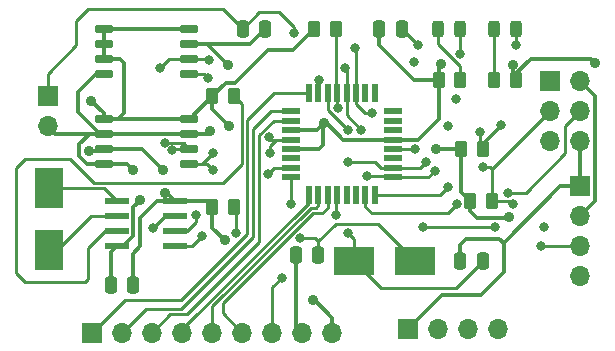
<source format=gtl>
%TF.GenerationSoftware,KiCad,Pcbnew,8.0.5*%
%TF.CreationDate,2025-01-15T09:47:38+05:30*%
%TF.ProjectId,MCU_Datalogger,4d43555f-4461-4746-916c-6f676765722e,1*%
%TF.SameCoordinates,Original*%
%TF.FileFunction,Copper,L1,Top*%
%TF.FilePolarity,Positive*%
%FSLAX46Y46*%
G04 Gerber Fmt 4.6, Leading zero omitted, Abs format (unit mm)*
G04 Created by KiCad (PCBNEW 8.0.5) date 2025-01-15 09:47:38*
%MOMM*%
%LPD*%
G01*
G04 APERTURE LIST*
G04 Aperture macros list*
%AMRoundRect*
0 Rectangle with rounded corners*
0 $1 Rounding radius*
0 $2 $3 $4 $5 $6 $7 $8 $9 X,Y pos of 4 corners*
0 Add a 4 corners polygon primitive as box body*
4,1,4,$2,$3,$4,$5,$6,$7,$8,$9,$2,$3,0*
0 Add four circle primitives for the rounded corners*
1,1,$1+$1,$2,$3*
1,1,$1+$1,$4,$5*
1,1,$1+$1,$6,$7*
1,1,$1+$1,$8,$9*
0 Add four rect primitives between the rounded corners*
20,1,$1+$1,$2,$3,$4,$5,0*
20,1,$1+$1,$4,$5,$6,$7,0*
20,1,$1+$1,$6,$7,$8,$9,0*
20,1,$1+$1,$8,$9,$2,$3,0*%
G04 Aperture macros list end*
%TA.AperFunction,ComponentPad*%
%ADD10R,1.700000X1.700000*%
%TD*%
%TA.AperFunction,ComponentPad*%
%ADD11O,1.700000X1.700000*%
%TD*%
%TA.AperFunction,SMDPad,CuDef*%
%ADD12RoundRect,0.150000X-0.650000X-0.150000X0.650000X-0.150000X0.650000X0.150000X-0.650000X0.150000X0*%
%TD*%
%TA.AperFunction,SMDPad,CuDef*%
%ADD13RoundRect,0.250000X-0.262500X-0.450000X0.262500X-0.450000X0.262500X0.450000X-0.262500X0.450000X0*%
%TD*%
%TA.AperFunction,SMDPad,CuDef*%
%ADD14RoundRect,0.243750X-0.243750X-0.456250X0.243750X-0.456250X0.243750X0.456250X-0.243750X0.456250X0*%
%TD*%
%TA.AperFunction,SMDPad,CuDef*%
%ADD15R,3.500000X2.400000*%
%TD*%
%TA.AperFunction,SMDPad,CuDef*%
%ADD16RoundRect,0.250000X-0.250000X-0.475000X0.250000X-0.475000X0.250000X0.475000X-0.250000X0.475000X0*%
%TD*%
%TA.AperFunction,SMDPad,CuDef*%
%ADD17R,1.500000X0.550000*%
%TD*%
%TA.AperFunction,SMDPad,CuDef*%
%ADD18R,0.550000X1.500000*%
%TD*%
%TA.AperFunction,SMDPad,CuDef*%
%ADD19RoundRect,0.250000X0.250000X0.475000X-0.250000X0.475000X-0.250000X-0.475000X0.250000X-0.475000X0*%
%TD*%
%TA.AperFunction,SMDPad,CuDef*%
%ADD20R,2.400000X3.500000*%
%TD*%
%TA.AperFunction,SMDPad,CuDef*%
%ADD21RoundRect,0.073750X-0.911250X-0.221250X0.911250X-0.221250X0.911250X0.221250X-0.911250X0.221250X0*%
%TD*%
%TA.AperFunction,ViaPad*%
%ADD22C,0.800000*%
%TD*%
%TA.AperFunction,ViaPad*%
%ADD23C,0.900000*%
%TD*%
%TA.AperFunction,Conductor*%
%ADD24C,0.250000*%
%TD*%
%TA.AperFunction,Conductor*%
%ADD25C,0.350000*%
%TD*%
G04 APERTURE END LIST*
D10*
%TO.P,BT1,1,+*%
%TO.N,Net-(BT1-+)*%
X128905000Y-105410000D03*
D11*
%TO.P,BT1,2,-*%
%TO.N,GND*%
X128905000Y-107950000D03*
%TD*%
D12*
%TO.P,U2,1,A0*%
%TO.N,/Vcc*%
X133655000Y-107315000D03*
%TO.P,U2,2,A1*%
%TO.N,GND*%
X133655000Y-108585000D03*
%TO.P,U2,3,A2*%
%TO.N,/Vcc*%
X133655000Y-109855000D03*
%TO.P,U2,4,GND*%
%TO.N,GND*%
X133655000Y-111125000D03*
%TO.P,U2,5,SDA*%
%TO.N,/SDA*%
X140855000Y-111125000D03*
%TO.P,U2,6,SCL*%
%TO.N,/SCK*%
X140855000Y-109855000D03*
%TO.P,U2,7,WP*%
%TO.N,GND*%
X140855000Y-108585000D03*
%TO.P,U2,8,VCC*%
%TO.N,/Vcc*%
X140855000Y-107315000D03*
%TD*%
D13*
%TO.P,R2,1*%
%TO.N,/Vcc*%
X163910000Y-109855000D03*
%TO.P,R2,2*%
%TO.N,/SDA*%
X165735000Y-109855000D03*
%TD*%
D14*
%TO.P,D1,1,K*%
%TO.N,Net-(D1-K)*%
X166702500Y-99695000D03*
%TO.P,D1,2,A*%
%TO.N,Net-(BT1-+)*%
X168577500Y-99695000D03*
%TD*%
D10*
%TO.P,J1,1,Pin_1*%
%TO.N,GND*%
X173990000Y-113030000D03*
D11*
%TO.P,J1,2,Pin_2*%
%TO.N,/Vcc*%
X173990000Y-115570000D03*
%TO.P,J1,3,Pin_3*%
%TO.N,/SDA*%
X173990000Y-118110000D03*
%TO.P,J1,4,Pin_4*%
%TO.N,/SCK*%
X173990000Y-120650000D03*
%TD*%
D13*
%TO.P,R7,1*%
%TO.N,/Vcc*%
X142851500Y-105410000D03*
%TO.P,R7,2*%
%TO.N,Net-(U3-~{INTA})*%
X144676500Y-105410000D03*
%TD*%
D15*
%TO.P,Y1,1,1*%
%TO.N,Net-(U4-PB7)*%
X154820000Y-119380000D03*
%TO.P,Y1,2,2*%
%TO.N,Net-(U4-PB6)*%
X160020000Y-119380000D03*
%TD*%
D10*
%TO.P,J2,1,Pin_1*%
%TO.N,GND*%
X159385000Y-125095000D03*
D11*
%TO.P,J2,2,Pin_2*%
%TO.N,/Vcc*%
X161925000Y-125095000D03*
%TO.P,J2,3,Pin_3*%
%TO.N,/RX*%
X164465000Y-125095000D03*
%TO.P,J2,4,Pin_4*%
%TO.N,/TX*%
X167005000Y-125095000D03*
%TD*%
D14*
%TO.P,D2,1,K*%
%TO.N,Net-(D2-K)*%
X161955000Y-99695000D03*
%TO.P,D2,2,A*%
%TO.N,/SCK*%
X163830000Y-99695000D03*
%TD*%
D16*
%TO.P,C1,1*%
%TO.N,GND*%
X156977000Y-99695000D03*
%TO.P,C1,2*%
%TO.N,Net-(U4-AREF)*%
X158877000Y-99695000D03*
%TD*%
%TO.P,C5,1*%
%TO.N,Net-(BT1-+)*%
X145420000Y-99695000D03*
%TO.P,C5,2*%
%TO.N,GND*%
X147320000Y-99695000D03*
%TD*%
D12*
%TO.P,U1,1,A0*%
%TO.N,/Vcc*%
X133655000Y-99695000D03*
%TO.P,U1,2,A1*%
X133655000Y-100965000D03*
%TO.P,U1,3,A2*%
X133655000Y-102235000D03*
%TO.P,U1,4,GND*%
%TO.N,GND*%
X133655000Y-103505000D03*
%TO.P,U1,5,SDA*%
%TO.N,/SDA*%
X140855000Y-103505000D03*
%TO.P,U1,6,SCL*%
%TO.N,/SCK*%
X140855000Y-102235000D03*
%TO.P,U1,7,WP*%
%TO.N,GND*%
X140855000Y-100965000D03*
%TO.P,U1,8,VCC*%
%TO.N,/Vcc*%
X140855000Y-99695000D03*
%TD*%
D13*
%TO.P,R3,1*%
%TO.N,/Vcc*%
X151487500Y-99695000D03*
%TO.P,R3,2*%
%TO.N,/RESET*%
X153312500Y-99695000D03*
%TD*%
D17*
%TO.P,U4,1,PD3*%
%TO.N,/D3*%
X149515000Y-106680000D03*
%TO.P,U4,2,PD4*%
%TO.N,/D4*%
X149515000Y-107480000D03*
%TO.P,U4,3,GND*%
%TO.N,GND*%
X149515000Y-108280000D03*
%TO.P,U4,4,VCC*%
%TO.N,Net-(BT1-+)*%
X149515000Y-109080000D03*
%TO.P,U4,5,GND*%
%TO.N,GND*%
X149515000Y-109880000D03*
%TO.P,U4,6,VCC*%
%TO.N,unconnected-(U4-VCC-Pad6)*%
X149515000Y-110680000D03*
%TO.P,U4,7,PB6*%
%TO.N,Net-(U4-PB6)*%
X149515000Y-111480000D03*
%TO.P,U4,8,PB7*%
%TO.N,Net-(U4-PB7)*%
X149515000Y-112280000D03*
D18*
%TO.P,U4,9,PD5*%
%TO.N,/D5*%
X151015000Y-113780000D03*
%TO.P,U4,10,PD6*%
%TO.N,/D6*%
X151815000Y-113780000D03*
%TO.P,U4,11,PD7*%
%TO.N,/D7*%
X152615000Y-113780000D03*
%TO.P,U4,12,PB0*%
%TO.N,/D8*%
X153415000Y-113780000D03*
%TO.P,U4,13,PB1*%
%TO.N,unconnected-(U4-PB1-Pad13)*%
X154215000Y-113780000D03*
%TO.P,U4,14,PB2*%
%TO.N,unconnected-(U4-PB2-Pad14)*%
X155015000Y-113780000D03*
%TO.P,U4,15,PB3*%
%TO.N,/MOSI*%
X155815000Y-113780000D03*
%TO.P,U4,16,PB4*%
%TO.N,/MISO*%
X156615000Y-113780000D03*
D17*
%TO.P,U4,17,PB5*%
%TO.N,/SCK*%
X158115000Y-112280000D03*
%TO.P,U4,18,AVCC*%
%TO.N,Net-(BT1-+)*%
X158115000Y-111480000D03*
%TO.P,U4,19,ADC6*%
%TO.N,unconnected-(U4-ADC6-Pad19)*%
X158115000Y-110680000D03*
%TO.P,U4,20,AREF*%
%TO.N,Net-(U4-AREF)*%
X158115000Y-109880000D03*
%TO.P,U4,21,GND*%
%TO.N,GND*%
X158115000Y-109080000D03*
%TO.P,U4,22,ADC7*%
%TO.N,unconnected-(U4-ADC7-Pad22)*%
X158115000Y-108280000D03*
%TO.P,U4,23,PC0*%
%TO.N,unconnected-(U4-PC0-Pad23)*%
X158115000Y-107480000D03*
%TO.P,U4,24,PC1*%
%TO.N,unconnected-(U4-PC1-Pad24)*%
X158115000Y-106680000D03*
D18*
%TO.P,U4,25,PC2*%
%TO.N,unconnected-(U4-PC2-Pad25)*%
X156615000Y-105180000D03*
%TO.P,U4,26,PC3*%
%TO.N,unconnected-(U4-PC3-Pad26)*%
X155815000Y-105180000D03*
%TO.P,U4,27,PC4*%
%TO.N,/SDA*%
X155015000Y-105180000D03*
%TO.P,U4,28,PC5*%
%TO.N,/SCK*%
X154215000Y-105180000D03*
%TO.P,U4,29,PC6/~{RESET}*%
%TO.N,/RESET*%
X153415000Y-105180000D03*
%TO.P,U4,30,PD0*%
%TO.N,/RX*%
X152615000Y-105180000D03*
%TO.P,U4,31,PD1*%
%TO.N,/TX*%
X151815000Y-105180000D03*
%TO.P,U4,32,PD2*%
%TO.N,/D2*%
X151015000Y-105180000D03*
%TD*%
D19*
%TO.P,C2,1*%
%TO.N,/Vcc*%
X136144000Y-121412000D03*
%TO.P,C2,2*%
%TO.N,GND*%
X134244000Y-121412000D03*
%TD*%
D10*
%TO.P,J4,1,Pin_1*%
%TO.N,/MISO*%
X171450000Y-104140000D03*
D11*
%TO.P,J4,2,Pin_2*%
%TO.N,/Vcc*%
X173990000Y-104140000D03*
%TO.P,J4,3,Pin_3*%
%TO.N,/SCK*%
X171450000Y-106680000D03*
%TO.P,J4,4,Pin_4*%
%TO.N,/MOSI*%
X173990000Y-106680000D03*
%TO.P,J4,5,Pin_5*%
%TO.N,/RESET*%
X171450000Y-109220000D03*
%TO.P,J4,6,Pin_6*%
%TO.N,GND*%
X173990000Y-109220000D03*
%TD*%
D13*
%TO.P,R1,1*%
%TO.N,Net-(D1-K)*%
X166727500Y-104013000D03*
%TO.P,R1,2*%
%TO.N,GND*%
X168552500Y-104013000D03*
%TD*%
D16*
%TO.P,C4,1*%
%TO.N,GND*%
X149926000Y-118872000D03*
%TO.P,C4,2*%
%TO.N,Net-(U4-PB6)*%
X151826000Y-118872000D03*
%TD*%
%TO.P,C3,1*%
%TO.N,GND*%
X163835000Y-119380000D03*
%TO.P,C3,2*%
%TO.N,Net-(U4-PB7)*%
X165735000Y-119380000D03*
%TD*%
D10*
%TO.P,J3,1,Pin_1*%
%TO.N,/D2*%
X132689600Y-125425200D03*
D11*
%TO.P,J3,2,Pin_2*%
%TO.N,/D3*%
X135229600Y-125425200D03*
%TO.P,J3,3,Pin_3*%
%TO.N,/D4*%
X137769600Y-125425200D03*
%TO.P,J3,4,Pin_4*%
%TO.N,/D5*%
X140309600Y-125425200D03*
%TO.P,J3,5,Pin_5*%
%TO.N,/D6*%
X142849600Y-125425200D03*
%TO.P,J3,6,Pin_6*%
%TO.N,/D7*%
X145389600Y-125425200D03*
%TO.P,J3,7,Pin_7*%
%TO.N,/D8*%
X147929600Y-125425200D03*
%TO.P,J3,8,Pin_8*%
%TO.N,GND*%
X150469600Y-125425200D03*
%TO.P,J3,9,Pin_9*%
%TO.N,/Vcc*%
X153009600Y-125425200D03*
%TD*%
D20*
%TO.P,Y2,1,1*%
%TO.N,Net-(U3-X2)*%
X128981200Y-118424000D03*
%TO.P,Y2,2,2*%
%TO.N,Net-(U3-X1)*%
X128981200Y-113224000D03*
%TD*%
D13*
%TO.P,R4,1*%
%TO.N,GND*%
X162028500Y-104013000D03*
%TO.P,R4,2*%
%TO.N,Net-(D2-K)*%
X163853500Y-104013000D03*
%TD*%
%TO.P,R6,1*%
%TO.N,/Vcc*%
X142851500Y-114808000D03*
%TO.P,R6,2*%
%TO.N,Net-(U3-SQW{slash}~INT)*%
X144676500Y-114808000D03*
%TD*%
%TO.P,R5,1*%
%TO.N,/Vcc*%
X164695500Y-114300000D03*
%TO.P,R5,2*%
%TO.N,/SCK*%
X166520500Y-114300000D03*
%TD*%
D21*
%TO.P,U3,1,X1*%
%TO.N,Net-(U3-X1)*%
X134750000Y-114300000D03*
%TO.P,U3,2,X2*%
%TO.N,Net-(U3-X2)*%
X134750000Y-115570000D03*
%TO.P,U3,3,~{INTA}*%
%TO.N,Net-(U3-~{INTA})*%
X134750000Y-116840000D03*
%TO.P,U3,4,GND*%
%TO.N,GND*%
X134750000Y-118110000D03*
%TO.P,U3,5,SDA*%
%TO.N,/SDA*%
X139700000Y-118110000D03*
%TO.P,U3,6,SCL*%
%TO.N,/SCK*%
X139700000Y-116840000D03*
%TO.P,U3,7,SQW/~INT*%
%TO.N,Net-(U3-SQW{slash}~INT)*%
X139700000Y-115570000D03*
%TO.P,U3,8,VCC*%
%TO.N,/Vcc*%
X139700000Y-114300000D03*
%TD*%
D22*
%TO.N,/RESET*%
X170942000Y-116522000D03*
X166751000Y-116522000D03*
X160650347Y-116463653D03*
X153458653Y-106383347D03*
%TO.N,/MOSI*%
X167871756Y-113575000D03*
X163533000Y-114552582D03*
%TO.N,/MISO*%
X162795500Y-113138500D03*
%TO.N,Net-(BT1-+)*%
X168529000Y-101092000D03*
X160909000Y-110998000D03*
X162814000Y-107950000D03*
D23*
%TO.N,GND*%
X175260000Y-102616000D03*
X168275000Y-102743000D03*
X162179000Y-102679000D03*
D22*
%TO.N,/SCK*%
X165735000Y-111416000D03*
X161666347Y-111755347D03*
%TO.N,Net-(BT1-+)*%
X154305000Y-110998000D03*
X147701000Y-110236000D03*
%TO.N,/SCK*%
X155956000Y-112141000D03*
X155448000Y-108255000D03*
%TO.N,/SDA*%
X165481000Y-108458000D03*
X156337000Y-106807000D03*
%TO.N,/RX*%
X154305000Y-108255000D03*
%TO.N,/TX*%
X151894781Y-104027778D03*
X163449000Y-105664000D03*
%TO.N,Net-(U4-PB6)*%
X150310549Y-117417549D03*
X147574000Y-112014000D03*
%TO.N,/SCK*%
X163830000Y-101854000D03*
X159893000Y-102489000D03*
%TO.N,/SDA*%
X154940000Y-101346000D03*
%TO.N,/SCK*%
X154051000Y-103060000D03*
X142609136Y-102373864D03*
X168275000Y-114554000D03*
D23*
%TO.N,/Vcc*%
X167958000Y-115651389D03*
D22*
%TO.N,Net-(U4-AREF)*%
X160274000Y-101092000D03*
X160018275Y-109905000D03*
%TO.N,Net-(BT1-+)*%
X147642153Y-108907153D03*
X149733000Y-100076000D03*
D23*
%TO.N,/Vcc*%
X161798000Y-109855000D03*
X144272000Y-107950000D03*
D22*
%TO.N,/SDA*%
X170688000Y-118110000D03*
X167259000Y-107823000D03*
%TO.N,Net-(U4-PB7)*%
X149479000Y-114554000D03*
X154305000Y-116967000D03*
D23*
%TO.N,GND*%
X152273000Y-107696000D03*
X136715500Y-114236500D03*
X144145000Y-102743000D03*
X136144000Y-111633000D03*
X142621000Y-108331000D03*
%TO.N,/Vcc*%
X132447000Y-110061781D03*
X138684000Y-111633000D03*
X138811000Y-113601000D03*
X143891000Y-117602000D03*
X151384000Y-122682000D03*
X132588000Y-105791000D03*
D22*
%TO.N,/SCK*%
X138811000Y-109410000D03*
X141478000Y-115443000D03*
X139446000Y-109982000D03*
X138430000Y-102997000D03*
%TO.N,/SDA*%
X141986000Y-117221000D03*
X142875000Y-111633000D03*
X142494000Y-103886000D03*
X142875000Y-110236000D03*
%TO.N,/D8*%
X148717000Y-120777000D03*
X153289000Y-115443000D03*
%TO.N,Net-(U3-SQW{slash}~INT)*%
X144832137Y-117032557D03*
X137795000Y-116586000D03*
%TD*%
D24*
%TO.N,/RESET*%
X166692653Y-116463653D02*
X166751000Y-116522000D01*
X160650347Y-116463653D02*
X166692653Y-116463653D01*
D25*
%TO.N,/Vcc*%
X165227000Y-115697000D02*
X164695500Y-115165500D01*
X167912389Y-115697000D02*
X165227000Y-115697000D01*
X167958000Y-115651389D02*
X167912389Y-115697000D01*
X164695500Y-115165500D02*
X164695500Y-114300000D01*
D24*
%TO.N,/RESET*%
X153415000Y-106339694D02*
X153458653Y-106383347D01*
X153415000Y-105180000D02*
X153415000Y-106339694D01*
%TO.N,/MOSI*%
X172720000Y-107950000D02*
X173990000Y-106680000D01*
X172720000Y-110236000D02*
X172720000Y-107950000D01*
X169381000Y-113575000D02*
X172720000Y-110236000D01*
X167871756Y-113575000D02*
X169381000Y-113575000D01*
X162769582Y-115316000D02*
X163533000Y-114552582D01*
X162560000Y-115316000D02*
X162769582Y-115316000D01*
%TO.N,/MISO*%
X162154000Y-113780000D02*
X156615000Y-113780000D01*
X162795500Y-113138500D02*
X162154000Y-113780000D01*
%TO.N,Net-(BT1-+)*%
X160427000Y-111480000D02*
X158115000Y-111480000D01*
X160909000Y-110998000D02*
X160427000Y-111480000D01*
%TO.N,/SCK*%
X161141694Y-112280000D02*
X158115000Y-112280000D01*
X161666347Y-111755347D02*
X161141694Y-112280000D01*
%TO.N,/MOSI*%
X156351000Y-115316000D02*
X162560000Y-115316000D01*
X155815000Y-114780000D02*
X156351000Y-115316000D01*
X155815000Y-113780000D02*
X155815000Y-114780000D01*
%TO.N,Net-(BT1-+)*%
X168529000Y-99743500D02*
X168577500Y-99695000D01*
X168529000Y-101092000D02*
X168529000Y-99743500D01*
D25*
%TO.N,GND*%
X174879000Y-102235000D02*
X175260000Y-102616000D01*
X168552500Y-103481500D02*
X169799000Y-102235000D01*
X169799000Y-102235000D02*
X174879000Y-102235000D01*
X168552500Y-104013000D02*
X168552500Y-103481500D01*
X168275000Y-103735500D02*
X168552500Y-104013000D01*
X168275000Y-102743000D02*
X168275000Y-103735500D01*
X162028500Y-102829500D02*
X162179000Y-102679000D01*
X162028500Y-104013000D02*
X162028500Y-102829500D01*
D24*
%TO.N,Net-(U4-AREF)*%
X160274000Y-101092000D02*
X158877000Y-99695000D01*
%TO.N,Net-(D2-K)*%
X163853500Y-102893500D02*
X163853500Y-104013000D01*
X163539000Y-102579000D02*
X163853500Y-102893500D01*
X163529695Y-102579000D02*
X163539000Y-102579000D01*
X161955000Y-101004305D02*
X163529695Y-102579000D01*
X161955000Y-99695000D02*
X161955000Y-101004305D01*
%TO.N,/SCK*%
X166327000Y-111416000D02*
X166520500Y-111609500D01*
X165735000Y-111416000D02*
X166327000Y-111416000D01*
%TO.N,Net-(BT1-+)*%
X147701000Y-109601000D02*
X147701000Y-110236000D01*
X148222000Y-109080000D02*
X147701000Y-109601000D01*
X149515000Y-109080000D02*
X148222000Y-109080000D01*
X157115000Y-111480000D02*
X158115000Y-111480000D01*
X154305000Y-110998000D02*
X156633000Y-110998000D01*
X156633000Y-110998000D02*
X157115000Y-111480000D01*
D25*
%TO.N,GND*%
X152209500Y-109537500D02*
X151867000Y-109880000D01*
X151867000Y-109880000D02*
X149515000Y-109880000D01*
X152209500Y-107759500D02*
X152209500Y-109537500D01*
X152273000Y-107696000D02*
X152209500Y-107759500D01*
D24*
%TO.N,/SCK*%
X155956000Y-112141000D02*
X157976000Y-112141000D01*
X157976000Y-112141000D02*
X158115000Y-112280000D01*
X154215000Y-107022000D02*
X155448000Y-108255000D01*
X154215000Y-105180000D02*
X154215000Y-107022000D01*
%TO.N,/SDA*%
X165481000Y-109601000D02*
X165735000Y-109855000D01*
X165481000Y-108458000D02*
X165481000Y-109601000D01*
X155767000Y-106807000D02*
X156337000Y-106807000D01*
X155015000Y-106055000D02*
X155767000Y-106807000D01*
X155015000Y-105180000D02*
X155015000Y-106055000D01*
%TO.N,/RX*%
X152615000Y-106565000D02*
X154305000Y-108255000D01*
X152615000Y-105180000D02*
X152615000Y-106565000D01*
%TO.N,/SCK*%
X154215000Y-103224000D02*
X154215000Y-105180000D01*
X154051000Y-103060000D02*
X154215000Y-103224000D01*
%TO.N,/SDA*%
X155030000Y-101436000D02*
X155030000Y-105165000D01*
X155030000Y-105165000D02*
X155015000Y-105180000D01*
X154940000Y-101346000D02*
X155030000Y-101436000D01*
%TO.N,/TX*%
X151894781Y-105100219D02*
X151815000Y-105180000D01*
X151894781Y-104027778D02*
X151894781Y-105100219D01*
%TO.N,Net-(U4-PB6)*%
X151575549Y-117417549D02*
X151826000Y-117668000D01*
X150310549Y-117417549D02*
X151575549Y-117417549D01*
X148108000Y-111480000D02*
X147574000Y-112014000D01*
X149515000Y-111480000D02*
X148108000Y-111480000D01*
%TO.N,/SCK*%
X163830000Y-101854000D02*
X163830000Y-99695000D01*
D25*
%TO.N,/Vcc*%
X147574000Y-101473000D02*
X149709500Y-101473000D01*
X144762000Y-104285000D02*
X147574000Y-101473000D01*
X143976500Y-104285000D02*
X144762000Y-104285000D01*
X142851500Y-105410000D02*
X143976500Y-104285000D01*
X149709500Y-101473000D02*
X151487500Y-99695000D01*
D24*
%TO.N,/SCK*%
X142470272Y-102235000D02*
X142609136Y-102373864D01*
X140855000Y-102235000D02*
X142470272Y-102235000D01*
X168021000Y-114300000D02*
X168275000Y-114554000D01*
X166520500Y-114300000D02*
X168021000Y-114300000D01*
D25*
%TO.N,GND*%
X172325000Y-113030000D02*
X167506000Y-117849000D01*
X173990000Y-113030000D02*
X172325000Y-113030000D01*
D24*
%TO.N,Net-(U4-AREF)*%
X159993275Y-109880000D02*
X160018275Y-109905000D01*
X158115000Y-109880000D02*
X159993275Y-109880000D01*
%TO.N,Net-(U4-PB7)*%
X154305000Y-116967000D02*
X154820000Y-117482000D01*
X154820000Y-117482000D02*
X154820000Y-119380000D01*
%TO.N,Net-(U4-PB6)*%
X153289000Y-116205000D02*
X151826000Y-117668000D01*
X156845000Y-116205000D02*
X153289000Y-116205000D01*
X160020000Y-119380000D02*
X156845000Y-116205000D01*
X151826000Y-117668000D02*
X151826000Y-118872000D01*
%TO.N,/D8*%
X153289000Y-113906000D02*
X153415000Y-113780000D01*
X153289000Y-115443000D02*
X153289000Y-113906000D01*
%TO.N,Net-(BT1-+)*%
X147815000Y-109080000D02*
X149515000Y-109080000D01*
X147642153Y-108907153D02*
X147815000Y-109080000D01*
X149733000Y-99568000D02*
X149733000Y-100076000D01*
X148463000Y-98298000D02*
X149733000Y-99568000D01*
X146817000Y-98298000D02*
X148463000Y-98298000D01*
X145420000Y-99695000D02*
X146817000Y-98298000D01*
%TO.N,/D4*%
X140711198Y-123894000D02*
X146812000Y-117793198D01*
X139300800Y-123894000D02*
X140711198Y-123894000D01*
X146812000Y-108712000D02*
X148044000Y-107480000D01*
X148044000Y-107480000D02*
X149515000Y-107480000D01*
X137769600Y-125425200D02*
X139300800Y-123894000D01*
X146812000Y-117793198D02*
X146812000Y-108712000D01*
%TO.N,/D3*%
X146304000Y-117348000D02*
X146304000Y-108204000D01*
X140208000Y-123444000D02*
X146304000Y-117348000D01*
X146304000Y-108204000D02*
X147828000Y-106680000D01*
X137210800Y-123444000D02*
X140208000Y-123444000D01*
X147828000Y-106680000D02*
X149515000Y-106680000D01*
X135229600Y-125425200D02*
X137210800Y-123444000D01*
D25*
%TO.N,/Vcc*%
X161798000Y-109855000D02*
X163910000Y-109855000D01*
X142851500Y-106529500D02*
X144272000Y-107950000D01*
X142851500Y-105410000D02*
X142851500Y-106529500D01*
D24*
%TO.N,Net-(U3-~{INTA})*%
X145346000Y-106079500D02*
X144676500Y-105410000D01*
X145346000Y-111194000D02*
X145346000Y-106079500D01*
X143764000Y-112776000D02*
X145346000Y-111194000D01*
X133862396Y-112776000D02*
X143764000Y-112776000D01*
X133860396Y-112774000D02*
X133862396Y-112776000D01*
X132840000Y-112774000D02*
X133860396Y-112774000D01*
X126238000Y-111506000D02*
X127000000Y-110744000D01*
X130810000Y-110744000D02*
X132840000Y-112774000D01*
X126238000Y-120396000D02*
X126238000Y-111506000D01*
X127000000Y-121158000D02*
X126238000Y-120396000D01*
X127000000Y-110744000D02*
X130810000Y-110744000D01*
X132080000Y-121158000D02*
X127000000Y-121158000D01*
X133765000Y-116840000D02*
X132334000Y-118271000D01*
X132334000Y-118271000D02*
X132334000Y-120904000D01*
X134750000Y-116840000D02*
X133765000Y-116840000D01*
X132334000Y-120904000D02*
X132080000Y-121158000D01*
D25*
%TO.N,GND*%
X142367000Y-108585000D02*
X140855000Y-108585000D01*
X142621000Y-108331000D02*
X142367000Y-108585000D01*
D24*
%TO.N,/SDA*%
X170688000Y-118110000D02*
X173990000Y-118110000D01*
X165735000Y-109347000D02*
X167259000Y-107823000D01*
X165735000Y-109855000D02*
X165735000Y-109347000D01*
%TO.N,/SCK*%
X166520500Y-111609500D02*
X166520500Y-114300000D01*
X171450000Y-106680000D02*
X166520500Y-111609500D01*
%TO.N,Net-(U4-PB7)*%
X149479000Y-112316000D02*
X149515000Y-112280000D01*
X149479000Y-114554000D02*
X149479000Y-112316000D01*
D25*
%TO.N,GND*%
X153911000Y-109080000D02*
X158115000Y-109080000D01*
X152273000Y-107696000D02*
X152527000Y-107696000D01*
X152527000Y-107696000D02*
X153911000Y-109080000D01*
X151689000Y-108280000D02*
X149515000Y-108280000D01*
X152273000Y-107696000D02*
X151689000Y-108280000D01*
D24*
%TO.N,Net-(BT1-+)*%
X132334000Y-98044000D02*
X143769000Y-98044000D01*
X131318000Y-99060000D02*
X132334000Y-98044000D01*
X128905000Y-105410000D02*
X128905000Y-103505000D01*
X128905000Y-103505000D02*
X131318000Y-101092000D01*
X131318000Y-101092000D02*
X131318000Y-99060000D01*
X143769000Y-98044000D02*
X145420000Y-99695000D01*
D25*
%TO.N,GND*%
X149926000Y-124881600D02*
X150469600Y-125425200D01*
X129540000Y-108585000D02*
X133655000Y-108585000D01*
X131445000Y-106722328D02*
X133307672Y-108585000D01*
X140855000Y-100965000D02*
X146050000Y-100965000D01*
X133655000Y-108585000D02*
X140855000Y-108585000D01*
X167506000Y-118230000D02*
X167506000Y-117849000D01*
X162028500Y-107338500D02*
X162028500Y-104013000D01*
X167513000Y-118237000D02*
X167506000Y-118230000D01*
X160287000Y-109080000D02*
X162028500Y-107338500D01*
X133655000Y-108585000D02*
X132461000Y-108585000D01*
X131445000Y-105029000D02*
X131445000Y-106722328D01*
X173990000Y-109220000D02*
X173990000Y-113030000D01*
X156977000Y-101097000D02*
X159893000Y-104013000D01*
X146050000Y-100965000D02*
X147320000Y-99695000D01*
X158115000Y-109080000D02*
X160287000Y-109080000D01*
X159385000Y-125095000D02*
X162264000Y-122216000D01*
X149926000Y-118872000D02*
X149926000Y-124881600D01*
X132969000Y-103505000D02*
X131445000Y-105029000D01*
X128905000Y-107950000D02*
X129540000Y-108585000D01*
X132461000Y-108585000D02*
X131572000Y-109474000D01*
X167132000Y-117475000D02*
X164338000Y-117475000D01*
X136160000Y-117269884D02*
X135319884Y-118110000D01*
X134750000Y-118110000D02*
X134244000Y-118616000D01*
X162264000Y-122216000D02*
X165566000Y-122216000D01*
X167513000Y-120269000D02*
X167513000Y-118237000D01*
X131572000Y-110490000D02*
X132207000Y-111125000D01*
X144145000Y-102743000D02*
X142367000Y-100965000D01*
X133307672Y-108585000D02*
X133655000Y-108585000D01*
X132207000Y-111125000D02*
X133655000Y-111125000D01*
X135636000Y-111125000D02*
X136144000Y-111633000D01*
X136160000Y-114824000D02*
X136160000Y-117269884D01*
X165566000Y-122216000D02*
X167513000Y-120269000D01*
X136715500Y-114268500D02*
X136160000Y-114824000D01*
X142367000Y-100965000D02*
X140855000Y-100965000D01*
X133655000Y-103505000D02*
X132969000Y-103505000D01*
X131572000Y-109474000D02*
X131572000Y-110490000D01*
X135319884Y-118110000D02*
X134750000Y-118110000D01*
X156977000Y-99695000D02*
X156977000Y-101097000D01*
X133655000Y-111125000D02*
X135636000Y-111125000D01*
X136715500Y-114236500D02*
X136715500Y-114268500D01*
X134244000Y-118616000D02*
X134244000Y-121412000D01*
X164338000Y-117475000D02*
X163835000Y-117978000D01*
X167506000Y-117849000D02*
X167132000Y-117475000D01*
X159893000Y-104013000D02*
X162028500Y-104013000D01*
X163835000Y-117978000D02*
X163835000Y-119380000D01*
%TO.N,/Vcc*%
X133655000Y-102235000D02*
X133655000Y-100965000D01*
X142851500Y-116562500D02*
X143891000Y-117602000D01*
X151511000Y-122682000D02*
X153009600Y-124180600D01*
X133655000Y-106858000D02*
X133655000Y-107315000D01*
X153009600Y-124180600D02*
X153009600Y-125425200D01*
X175265000Y-114295000D02*
X173990000Y-115570000D01*
X138811000Y-113601000D02*
X139001000Y-113601000D01*
X135001000Y-102235000D02*
X135382000Y-102616000D01*
X140946500Y-107315000D02*
X142851500Y-105410000D01*
X173990000Y-104140000D02*
X175265000Y-105415000D01*
X136906000Y-109855000D02*
X138684000Y-111633000D01*
X133655000Y-107315000D02*
X134874000Y-107315000D01*
X163910000Y-113514500D02*
X164695500Y-114300000D01*
X151384000Y-122682000D02*
X151511000Y-122682000D01*
X140855000Y-107315000D02*
X140946500Y-107315000D01*
X133448219Y-110061781D02*
X133655000Y-109855000D01*
X142851500Y-114808000D02*
X142851500Y-116562500D01*
X139700000Y-114300000D02*
X142343500Y-114300000D01*
X136144000Y-121412000D02*
X136144000Y-118745000D01*
X132447000Y-110061781D02*
X133448219Y-110061781D01*
X136144000Y-118745000D02*
X136760000Y-118129000D01*
X136760000Y-115716000D02*
X138176000Y-114300000D01*
X133655000Y-102235000D02*
X135001000Y-102235000D01*
X175265000Y-105415000D02*
X175265000Y-114295000D01*
X163910000Y-109855000D02*
X163910000Y-113514500D01*
X142343500Y-114300000D02*
X142851500Y-114808000D01*
X133655000Y-99695000D02*
X140855000Y-99695000D01*
X138176000Y-114300000D02*
X139700000Y-114300000D01*
X135382000Y-102616000D02*
X135382000Y-106807000D01*
X139001000Y-113601000D02*
X139700000Y-114300000D01*
X133655000Y-109855000D02*
X136906000Y-109855000D01*
X136760000Y-118129000D02*
X136760000Y-115716000D01*
X134874000Y-107315000D02*
X140855000Y-107315000D01*
X135382000Y-106807000D02*
X134874000Y-107315000D01*
X132588000Y-105791000D02*
X133655000Y-106858000D01*
X133655000Y-100965000D02*
X133655000Y-99695000D01*
D24*
%TO.N,Net-(U4-PB7)*%
X157106000Y-121666000D02*
X163449000Y-121666000D01*
X163449000Y-121666000D02*
X165735000Y-119380000D01*
X154820000Y-119380000D02*
X157106000Y-121666000D01*
%TO.N,Net-(D1-K)*%
X166727500Y-99720000D02*
X166702500Y-99695000D01*
X166727500Y-104013000D02*
X166727500Y-99720000D01*
%TO.N,/SCK*%
X140410000Y-109410000D02*
X140855000Y-109855000D01*
X141478000Y-115443000D02*
X141478000Y-116047000D01*
X141478000Y-116047000D02*
X140685000Y-116840000D01*
X140855000Y-109855000D02*
X139573000Y-109855000D01*
X138811000Y-109410000D02*
X140410000Y-109410000D01*
X139192000Y-102235000D02*
X138430000Y-102997000D01*
X140855000Y-102235000D02*
X139192000Y-102235000D01*
X140685000Y-116840000D02*
X139700000Y-116840000D01*
X139573000Y-109855000D02*
X139446000Y-109982000D01*
%TO.N,/SDA*%
X142367000Y-111125000D02*
X142875000Y-111633000D01*
X140855000Y-103505000D02*
X142113000Y-103505000D01*
X142875000Y-110236000D02*
X141986000Y-111125000D01*
X141097000Y-118110000D02*
X139700000Y-118110000D01*
X141986000Y-117221000D02*
X141097000Y-118110000D01*
X141986000Y-111125000D02*
X140855000Y-111125000D01*
X140855000Y-111125000D02*
X142367000Y-111125000D01*
X142113000Y-103505000D02*
X142494000Y-103886000D01*
%TO.N,/D8*%
X147929600Y-121564400D02*
X148717000Y-120777000D01*
X147929600Y-125425200D02*
X147929600Y-121564400D01*
%TO.N,/D6*%
X142849600Y-123216796D02*
X151211396Y-114855000D01*
X151211396Y-114855000D02*
X151615000Y-114855000D01*
X142849600Y-125425200D02*
X142849600Y-123216796D01*
X151615000Y-114855000D02*
X151815000Y-114655000D01*
X151815000Y-114655000D02*
X151815000Y-113780000D01*
%TO.N,/D5*%
X140309600Y-125425200D02*
X140309600Y-125120400D01*
X140309600Y-125120400D02*
X151015000Y-114415000D01*
X151015000Y-114415000D02*
X151015000Y-113780000D01*
%TO.N,/D7*%
X143764000Y-123799600D02*
X143764000Y-122938792D01*
X152615000Y-114847000D02*
X152615000Y-113780000D01*
X151397792Y-115305000D02*
X152157000Y-115305000D01*
X152157000Y-115305000D02*
X152615000Y-114847000D01*
X143764000Y-122938792D02*
X151397792Y-115305000D01*
X145389600Y-125425200D02*
X143764000Y-123799600D01*
%TO.N,/D2*%
X140208000Y-122682000D02*
X145796000Y-117094000D01*
X148058000Y-105180000D02*
X151015000Y-105180000D01*
X135432800Y-122682000D02*
X140208000Y-122682000D01*
X145796000Y-117094000D02*
X145796000Y-107442000D01*
X132689600Y-125425200D02*
X135432800Y-122682000D01*
X145796000Y-107442000D02*
X148058000Y-105180000D01*
%TO.N,/RESET*%
X153312500Y-99695000D02*
X153312500Y-105077500D01*
X153312500Y-105077500D02*
X153415000Y-105180000D01*
%TO.N,Net-(U3-SQW{slash}~INT)*%
X144832137Y-114963637D02*
X144676500Y-114808000D01*
X144832137Y-117032557D02*
X144832137Y-114963637D01*
X139700000Y-115570000D02*
X138811000Y-115570000D01*
X138811000Y-115570000D02*
X137795000Y-116586000D01*
%TO.N,Net-(U3-X1)*%
X128981200Y-113224000D02*
X133674000Y-113224000D01*
X133674000Y-113224000D02*
X134750000Y-114300000D01*
%TO.N,Net-(U3-X2)*%
X132588000Y-115570000D02*
X134750000Y-115570000D01*
X129734000Y-118424000D02*
X132588000Y-115570000D01*
X128981200Y-118424000D02*
X129734000Y-118424000D01*
%TD*%
M02*

</source>
